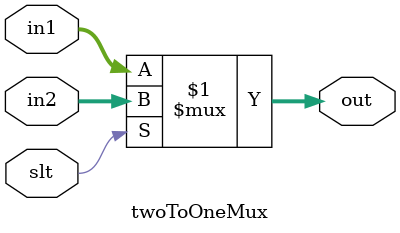
<source format=v>
module twoToOneMux #(parameter DATA_WIDTH = 32) (out,in1,in2,slt);
	output [DATA_WIDTH-1:0] out;
	input [DATA_WIDTH-1:0] in1,in2;
	input slt;
	
	assign out = slt ? in2 : in1;
endmodule
		
</source>
